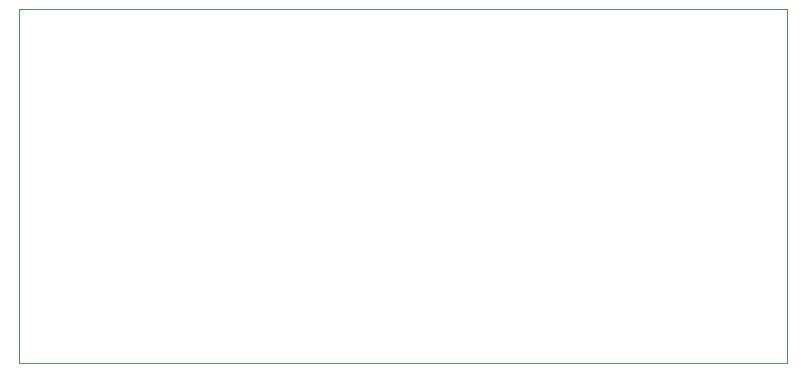
<source format=gm1>
%TF.GenerationSoftware,KiCad,Pcbnew,7.0.5*%
%TF.CreationDate,2023-07-22T13:56:17+02:00*%
%TF.ProjectId,eink-NFC,65696e6b-2d4e-4464-932e-6b696361645f,rev?*%
%TF.SameCoordinates,Original*%
%TF.FileFunction,Profile,NP*%
%FSLAX46Y46*%
G04 Gerber Fmt 4.6, Leading zero omitted, Abs format (unit mm)*
G04 Created by KiCad (PCBNEW 7.0.5) date 2023-07-22 13:56:17*
%MOMM*%
%LPD*%
G01*
G04 APERTURE LIST*
%TA.AperFunction,Profile*%
%ADD10C,0.038100*%
%TD*%
G04 APERTURE END LIST*
D10*
X112000000Y-67000000D02*
X177000000Y-67000000D01*
X177000000Y-97000000D01*
X112000000Y-97000000D01*
X112000000Y-67000000D01*
M02*

</source>
